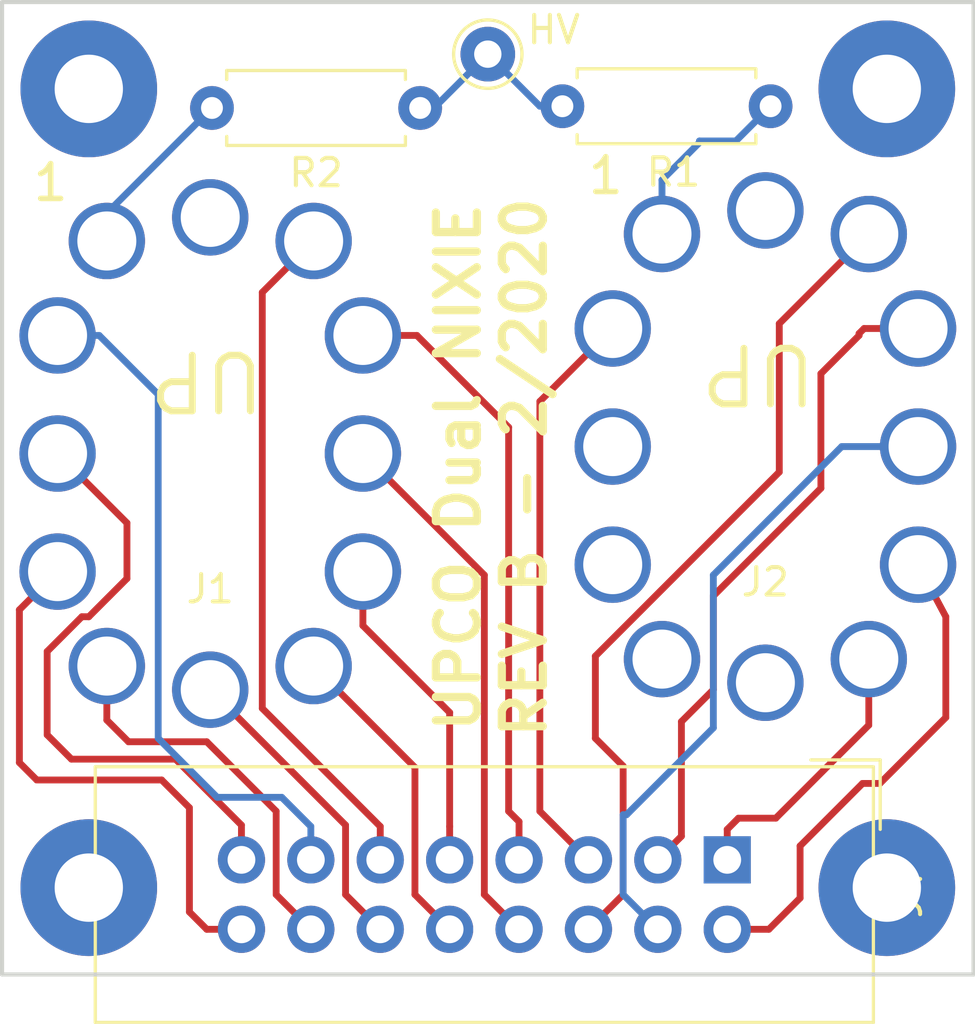
<source format=kicad_pcb>
(kicad_pcb (version 20171130) (host pcbnew 5.0.2-bee76a0~70~ubuntu16.04.1)

  (general
    (thickness 1.6)
    (drawings 7)
    (tracks 104)
    (zones 0)
    (modules 10)
    (nets 26)
  )

  (page A4)
  (layers
    (0 F.Cu signal)
    (31 B.Cu signal)
    (32 B.Adhes user)
    (33 F.Adhes user)
    (34 B.Paste user)
    (35 F.Paste user)
    (36 B.SilkS user)
    (37 F.SilkS user)
    (38 B.Mask user)
    (39 F.Mask user)
    (40 Dwgs.User user)
    (41 Cmts.User user)
    (42 Eco1.User user)
    (43 Eco2.User user)
    (44 Edge.Cuts user)
    (45 Margin user)
    (46 B.CrtYd user hide)
    (47 F.CrtYd user hide)
    (48 B.Fab user hide)
    (49 F.Fab user hide)
  )

  (setup
    (last_trace_width 0.25)
    (trace_clearance 0.2)
    (zone_clearance 0.508)
    (zone_45_only no)
    (trace_min 0.2)
    (segment_width 0.2)
    (edge_width 0.15)
    (via_size 0.8)
    (via_drill 0.4)
    (via_min_size 0.4)
    (via_min_drill 0.3)
    (uvia_size 0.3)
    (uvia_drill 0.1)
    (uvias_allowed no)
    (uvia_min_size 0.2)
    (uvia_min_drill 0.1)
    (pcb_text_width 0.3)
    (pcb_text_size 1.5 1.5)
    (mod_edge_width 0.15)
    (mod_text_size 1 1)
    (mod_text_width 0.15)
    (pad_size 1.524 1.524)
    (pad_drill 0.762)
    (pad_to_mask_clearance 0.051)
    (solder_mask_min_width 0.25)
    (aux_axis_origin 0 0)
    (visible_elements FFFFFF7F)
    (pcbplotparams
      (layerselection 0x010a0_ffffffff)
      (usegerberextensions false)
      (usegerberattributes false)
      (usegerberadvancedattributes false)
      (creategerberjobfile false)
      (excludeedgelayer true)
      (linewidth 0.100000)
      (plotframeref false)
      (viasonmask false)
      (mode 1)
      (useauxorigin false)
      (hpglpennumber 1)
      (hpglpenspeed 20)
      (hpglpendiameter 15.000000)
      (psnegative false)
      (psa4output false)
      (plotreference true)
      (plotvalue true)
      (plotinvisibletext false)
      (padsonsilk false)
      (subtractmaskfromsilk false)
      (outputformat 1)
      (mirror false)
      (drillshape 0)
      (scaleselection 1)
      (outputdirectory "gerber/"))
  )

  (net 0 "")
  (net 1 "Net-(J1-Pad1)")
  (net 2 "Net-(J1-Pad2)")
  (net 3 "Net-(J1-Pad3)")
  (net 4 "Net-(J1-Pad4)")
  (net 5 "Net-(J1-Pad5)")
  (net 6 "Net-(J1-Pad6)")
  (net 7 "Net-(J1-Pad7)")
  (net 8 "Net-(J1-Pad8)")
  (net 9 "Net-(J1-Pad9)")
  (net 10 "Net-(J1-Pad10)")
  (net 11 "Net-(J1-Pad11)")
  (net 12 "Net-(J1-Pad12)")
  (net 13 "Net-(J2-Pad12)")
  (net 14 "Net-(J2-Pad11)")
  (net 15 "Net-(J2-Pad10)")
  (net 16 "Net-(J2-Pad9)")
  (net 17 "Net-(J2-Pad8)")
  (net 18 "Net-(J2-Pad7)")
  (net 19 "Net-(J2-Pad6)")
  (net 20 "Net-(J2-Pad5)")
  (net 21 "Net-(J2-Pad4)")
  (net 22 "Net-(J2-Pad3)")
  (net 23 "Net-(J2-Pad2)")
  (net 24 "Net-(J2-Pad1)")
  (net 25 "Net-(J3-Pad1)")

  (net_class Default "This is the default net class."
    (clearance 0.2)
    (trace_width 0.25)
    (via_dia 0.8)
    (via_drill 0.4)
    (uvia_dia 0.3)
    (uvia_drill 0.1)
    (add_net "Net-(J1-Pad1)")
    (add_net "Net-(J1-Pad10)")
    (add_net "Net-(J1-Pad11)")
    (add_net "Net-(J1-Pad12)")
    (add_net "Net-(J1-Pad2)")
    (add_net "Net-(J1-Pad3)")
    (add_net "Net-(J1-Pad4)")
    (add_net "Net-(J1-Pad5)")
    (add_net "Net-(J1-Pad6)")
    (add_net "Net-(J1-Pad7)")
    (add_net "Net-(J1-Pad8)")
    (add_net "Net-(J1-Pad9)")
    (add_net "Net-(J2-Pad1)")
    (add_net "Net-(J2-Pad10)")
    (add_net "Net-(J2-Pad11)")
    (add_net "Net-(J2-Pad12)")
    (add_net "Net-(J2-Pad2)")
    (add_net "Net-(J2-Pad3)")
    (add_net "Net-(J2-Pad4)")
    (add_net "Net-(J2-Pad5)")
    (add_net "Net-(J2-Pad6)")
    (add_net "Net-(J2-Pad7)")
    (add_net "Net-(J2-Pad8)")
    (add_net "Net-(J2-Pad9)")
    (add_net "Net-(J3-Pad1)")
  )

  (module nixie-8422:Nixie-8422-14pin (layer F.Cu) (tedit 5DC05774) (tstamp 5DCCD4A9)
    (at 35.56 107.95)
    (path /5DC185BB)
    (fp_text reference J1 (at 0 4.953) (layer F.SilkS)
      (effects (font (size 1 1) (thickness 0.15)))
    )
    (fp_text value Nixie (at 0 -0.5) (layer F.Fab)
      (effects (font (size 1 1) (thickness 0.15)))
    )
    (fp_text user 1 (at -5.842 -9.906) (layer F.SilkS)
      (effects (font (size 1.27 1.27) (thickness 0.2032)))
    )
    (pad 12 thru_hole circle (at 0 -8.636) (size 2.794 2.794) (drill 2.159) (layers *.Cu *.Mask)
      (net 12 "Net-(J1-Pad12)"))
    (pad 11 thru_hole circle (at 3.7846 -7.7724) (size 2.794 2.794) (drill 2.159) (layers *.Cu *.Mask)
      (net 11 "Net-(J1-Pad11)"))
    (pad 10 thru_hole circle (at 5.588 -4.318) (size 2.794 2.794) (drill 2.159) (layers *.Cu *.Mask)
      (net 10 "Net-(J1-Pad10)"))
    (pad 9 thru_hole circle (at 5.588 0) (size 2.794 2.794) (drill 2.159) (layers *.Cu *.Mask)
      (net 9 "Net-(J1-Pad9)"))
    (pad 8 thru_hole circle (at 5.588 4.318) (size 2.794 2.794) (drill 2.159) (layers *.Cu *.Mask)
      (net 8 "Net-(J1-Pad8)"))
    (pad 7 thru_hole circle (at 3.7846 7.7724) (size 2.794 2.794) (drill 2.159) (layers *.Cu *.Mask)
      (net 7 "Net-(J1-Pad7)"))
    (pad 6 thru_hole circle (at 0 8.636) (size 2.794 2.794) (drill 2.159) (layers *.Cu *.Mask)
      (net 6 "Net-(J1-Pad6)"))
    (pad 5 thru_hole circle (at -3.7846 7.7724) (size 2.794 2.794) (drill 2.159) (layers *.Cu *.Mask)
      (net 5 "Net-(J1-Pad5)"))
    (pad 4 thru_hole circle (at -5.588 4.318) (size 2.794 2.794) (drill 2.159) (layers *.Cu *.Mask)
      (net 4 "Net-(J1-Pad4)"))
    (pad 3 thru_hole circle (at -5.588 0) (size 2.794 2.794) (drill 2.159) (layers *.Cu *.Mask)
      (net 3 "Net-(J1-Pad3)"))
    (pad 2 thru_hole circle (at -5.588 -4.318) (size 2.794 2.794) (drill 2.159) (layers *.Cu *.Mask)
      (net 2 "Net-(J1-Pad2)"))
    (pad 1 thru_hole circle (at -3.7846 -7.7724) (size 2.794 2.794) (drill 2.159) (layers *.Cu *.Mask)
      (net 1 "Net-(J1-Pad1)"))
  )

  (module nixie-8422:Nixie-8422-14pin (layer F.Cu) (tedit 5DC05774) (tstamp 5DCCD398)
    (at 55.88 107.696)
    (path /5DC1775D)
    (fp_text reference J2 (at 0 4.953) (layer F.SilkS)
      (effects (font (size 1 1) (thickness 0.15)))
    )
    (fp_text value Nixie (at 0 -0.5) (layer F.Fab)
      (effects (font (size 1 1) (thickness 0.15)))
    )
    (fp_text user 1 (at -5.842 -9.906) (layer F.SilkS)
      (effects (font (size 1.27 1.27) (thickness 0.2032)))
    )
    (pad 12 thru_hole circle (at 0 -8.636) (size 2.794 2.794) (drill 2.159) (layers *.Cu *.Mask)
      (net 13 "Net-(J2-Pad12)"))
    (pad 11 thru_hole circle (at 3.7846 -7.7724) (size 2.794 2.794) (drill 2.159) (layers *.Cu *.Mask)
      (net 14 "Net-(J2-Pad11)"))
    (pad 10 thru_hole circle (at 5.588 -4.318) (size 2.794 2.794) (drill 2.159) (layers *.Cu *.Mask)
      (net 15 "Net-(J2-Pad10)"))
    (pad 9 thru_hole circle (at 5.588 0) (size 2.794 2.794) (drill 2.159) (layers *.Cu *.Mask)
      (net 16 "Net-(J2-Pad9)"))
    (pad 8 thru_hole circle (at 5.588 4.318) (size 2.794 2.794) (drill 2.159) (layers *.Cu *.Mask)
      (net 17 "Net-(J2-Pad8)"))
    (pad 7 thru_hole circle (at 3.7846 7.7724) (size 2.794 2.794) (drill 2.159) (layers *.Cu *.Mask)
      (net 18 "Net-(J2-Pad7)"))
    (pad 6 thru_hole circle (at 0 8.636) (size 2.794 2.794) (drill 2.159) (layers *.Cu *.Mask)
      (net 19 "Net-(J2-Pad6)"))
    (pad 5 thru_hole circle (at -3.7846 7.7724) (size 2.794 2.794) (drill 2.159) (layers *.Cu *.Mask)
      (net 20 "Net-(J2-Pad5)"))
    (pad 4 thru_hole circle (at -5.588 4.318) (size 2.794 2.794) (drill 2.159) (layers *.Cu *.Mask)
      (net 21 "Net-(J2-Pad4)"))
    (pad 3 thru_hole circle (at -5.588 0) (size 2.794 2.794) (drill 2.159) (layers *.Cu *.Mask)
      (net 22 "Net-(J2-Pad3)"))
    (pad 2 thru_hole circle (at -5.588 -4.318) (size 2.794 2.794) (drill 2.159) (layers *.Cu *.Mask)
      (net 23 "Net-(J2-Pad2)"))
    (pad 1 thru_hole circle (at -3.7846 -7.7724) (size 2.794 2.794) (drill 2.159) (layers *.Cu *.Mask)
      (net 24 "Net-(J2-Pad1)"))
  )

  (module Resistor_THT:R_Axial_DIN0207_L6.3mm_D2.5mm_P7.62mm_Horizontal (layer F.Cu) (tedit 5AE5139B) (tstamp 5E4CAF9E)
    (at 48.4505 95.25)
    (descr "Resistor, Axial_DIN0207 series, Axial, Horizontal, pin pitch=7.62mm, 0.25W = 1/4W, length*diameter=6.3*2.5mm^2, http://cdn-reichelt.de/documents/datenblatt/B400/1_4W%23YAG.pdf")
    (tags "Resistor Axial_DIN0207 series Axial Horizontal pin pitch 7.62mm 0.25W = 1/4W length 6.3mm diameter 2.5mm")
    (path /5DC041F5)
    (fp_text reference R1 (at 4.064 2.413) (layer F.SilkS)
      (effects (font (size 1 1) (thickness 0.15)))
    )
    (fp_text value R_US (at 3.81 2.37) (layer F.Fab)
      (effects (font (size 1 1) (thickness 0.15)))
    )
    (fp_text user %R (at 3.81 0) (layer F.Fab)
      (effects (font (size 1 1) (thickness 0.15)))
    )
    (fp_line (start 8.67 -1.5) (end -1.05 -1.5) (layer F.CrtYd) (width 0.05))
    (fp_line (start 8.67 1.5) (end 8.67 -1.5) (layer F.CrtYd) (width 0.05))
    (fp_line (start -1.05 1.5) (end 8.67 1.5) (layer F.CrtYd) (width 0.05))
    (fp_line (start -1.05 -1.5) (end -1.05 1.5) (layer F.CrtYd) (width 0.05))
    (fp_line (start 7.08 1.37) (end 7.08 1.04) (layer F.SilkS) (width 0.12))
    (fp_line (start 0.54 1.37) (end 7.08 1.37) (layer F.SilkS) (width 0.12))
    (fp_line (start 0.54 1.04) (end 0.54 1.37) (layer F.SilkS) (width 0.12))
    (fp_line (start 7.08 -1.37) (end 7.08 -1.04) (layer F.SilkS) (width 0.12))
    (fp_line (start 0.54 -1.37) (end 7.08 -1.37) (layer F.SilkS) (width 0.12))
    (fp_line (start 0.54 -1.04) (end 0.54 -1.37) (layer F.SilkS) (width 0.12))
    (fp_line (start 7.62 0) (end 6.96 0) (layer F.Fab) (width 0.1))
    (fp_line (start 0 0) (end 0.66 0) (layer F.Fab) (width 0.1))
    (fp_line (start 6.96 -1.25) (end 0.66 -1.25) (layer F.Fab) (width 0.1))
    (fp_line (start 6.96 1.25) (end 6.96 -1.25) (layer F.Fab) (width 0.1))
    (fp_line (start 0.66 1.25) (end 6.96 1.25) (layer F.Fab) (width 0.1))
    (fp_line (start 0.66 -1.25) (end 0.66 1.25) (layer F.Fab) (width 0.1))
    (pad 2 thru_hole oval (at 7.62 0) (size 1.6 1.6) (drill 0.8) (layers *.Cu *.Mask)
      (net 24 "Net-(J2-Pad1)"))
    (pad 1 thru_hole circle (at 0 0) (size 1.6 1.6) (drill 0.8) (layers *.Cu *.Mask)
      (net 25 "Net-(J3-Pad1)"))
    (model ${KISYS3DMOD}/Resistor_THT.3dshapes/R_Axial_DIN0207_L6.3mm_D2.5mm_P7.62mm_Horizontal.wrl
      (at (xyz 0 0 0))
      (scale (xyz 1 1 1))
      (rotate (xyz 0 0 0))
    )
  )

  (module Resistor_THT:R_Axial_DIN0207_L6.3mm_D2.5mm_P7.62mm_Horizontal (layer F.Cu) (tedit 5AE5139B) (tstamp 5E4CAEED)
    (at 43.2435 95.3135 180)
    (descr "Resistor, Axial_DIN0207 series, Axial, Horizontal, pin pitch=7.62mm, 0.25W = 1/4W, length*diameter=6.3*2.5mm^2, http://cdn-reichelt.de/documents/datenblatt/B400/1_4W%23YAG.pdf")
    (tags "Resistor Axial_DIN0207 series Axial Horizontal pin pitch 7.62mm 0.25W = 1/4W length 6.3mm diameter 2.5mm")
    (path /5DC04439)
    (fp_text reference R2 (at 3.81 -2.37 180) (layer F.SilkS)
      (effects (font (size 1 1) (thickness 0.15)))
    )
    (fp_text value R_US (at 3.81 2.37 180) (layer F.Fab)
      (effects (font (size 1 1) (thickness 0.15)))
    )
    (fp_text user %R (at 3.81 0 180) (layer F.Fab)
      (effects (font (size 1 1) (thickness 0.15)))
    )
    (fp_line (start 8.67 -1.5) (end -1.05 -1.5) (layer F.CrtYd) (width 0.05))
    (fp_line (start 8.67 1.5) (end 8.67 -1.5) (layer F.CrtYd) (width 0.05))
    (fp_line (start -1.05 1.5) (end 8.67 1.5) (layer F.CrtYd) (width 0.05))
    (fp_line (start -1.05 -1.5) (end -1.05 1.5) (layer F.CrtYd) (width 0.05))
    (fp_line (start 7.08 1.37) (end 7.08 1.04) (layer F.SilkS) (width 0.12))
    (fp_line (start 0.54 1.37) (end 7.08 1.37) (layer F.SilkS) (width 0.12))
    (fp_line (start 0.54 1.04) (end 0.54 1.37) (layer F.SilkS) (width 0.12))
    (fp_line (start 7.08 -1.37) (end 7.08 -1.04) (layer F.SilkS) (width 0.12))
    (fp_line (start 0.54 -1.37) (end 7.08 -1.37) (layer F.SilkS) (width 0.12))
    (fp_line (start 0.54 -1.04) (end 0.54 -1.37) (layer F.SilkS) (width 0.12))
    (fp_line (start 7.62 0) (end 6.96 0) (layer F.Fab) (width 0.1))
    (fp_line (start 0 0) (end 0.66 0) (layer F.Fab) (width 0.1))
    (fp_line (start 6.96 -1.25) (end 0.66 -1.25) (layer F.Fab) (width 0.1))
    (fp_line (start 6.96 1.25) (end 6.96 -1.25) (layer F.Fab) (width 0.1))
    (fp_line (start 0.66 1.25) (end 6.96 1.25) (layer F.Fab) (width 0.1))
    (fp_line (start 0.66 -1.25) (end 0.66 1.25) (layer F.Fab) (width 0.1))
    (pad 2 thru_hole oval (at 7.62 0 180) (size 1.6 1.6) (drill 0.8) (layers *.Cu *.Mask)
      (net 1 "Net-(J1-Pad1)"))
    (pad 1 thru_hole circle (at 0 0 180) (size 1.6 1.6) (drill 0.8) (layers *.Cu *.Mask)
      (net 25 "Net-(J3-Pad1)"))
    (model ${KISYS3DMOD}/Resistor_THT.3dshapes/R_Axial_DIN0207_L6.3mm_D2.5mm_P7.62mm_Horizontal.wrl
      (at (xyz 0 0 0))
      (scale (xyz 1 1 1))
      (rotate (xyz 0 0 0))
    )
  )

  (module Connector_Pin:Pin_D1.0mm_L10.0mm (layer F.Cu) (tedit 5DC0570B) (tstamp 5DCCDB0A)
    (at 45.72 93.345)
    (descr "solder Pin_ diameter 1.0mm, hole diameter 1.0mm (press fit), length 10.0mm")
    (tags "solder Pin_ press fit")
    (path /5DC042BE)
    (fp_text reference J3 (at 0 2.25) (layer F.SilkS) hide
      (effects (font (size 1 1) (thickness 0.15)))
    )
    (fp_text value HV (at 2.413 -0.889 180) (layer F.SilkS)
      (effects (font (size 1 1) (thickness 0.15)))
    )
    (fp_circle (center 0 0) (end 1.25 0.05) (layer F.SilkS) (width 0.12))
    (fp_circle (center 0 0) (end 1 0) (layer F.Fab) (width 0.12))
    (fp_circle (center 0 0) (end 0.5 0) (layer F.Fab) (width 0.12))
    (fp_circle (center 0 0) (end 1.5 0) (layer F.CrtYd) (width 0.05))
    (fp_text user %R (at 0 2.25) (layer F.Fab)
      (effects (font (size 1 1) (thickness 0.15)))
    )
    (pad 1 thru_hole circle (at 0 0) (size 2 2) (drill 1) (layers *.Cu *.Mask)
      (net 25 "Net-(J3-Pad1)"))
    (model ${KISYS3DMOD}/Connector_Pin.3dshapes/Pin_D1.0mm_L10.0mm.wrl
      (at (xyz 0 0 0))
      (scale (xyz 1 1 1))
      (rotate (xyz 0 0 0))
    )
  )

  (module Connector_IDC:IDC-Header_2x08_P2.54mm_Vertical (layer F.Cu) (tedit 59DE0341) (tstamp 5E4CAE0E)
    (at 54.483 122.809 270)
    (descr "Through hole straight IDC box header, 2x08, 2.54mm pitch, double rows")
    (tags "Through hole IDC box header THT 2x08 2.54mm double row")
    (path /5E40A24B)
    (fp_text reference J4 (at 1.27 -6.604 270) (layer F.SilkS)
      (effects (font (size 1 1) (thickness 0.15)))
    )
    (fp_text value Conn_02x08_Odd_Even (at 1.27 24.384 270) (layer F.Fab)
      (effects (font (size 1 1) (thickness 0.15)))
    )
    (fp_line (start -3.655 -5.6) (end -1.115 -5.6) (layer F.SilkS) (width 0.12))
    (fp_line (start -3.655 -5.6) (end -3.655 -3.06) (layer F.SilkS) (width 0.12))
    (fp_line (start -3.405 -5.35) (end 5.945 -5.35) (layer F.SilkS) (width 0.12))
    (fp_line (start -3.405 23.13) (end -3.405 -5.35) (layer F.SilkS) (width 0.12))
    (fp_line (start 5.945 23.13) (end -3.405 23.13) (layer F.SilkS) (width 0.12))
    (fp_line (start 5.945 -5.35) (end 5.945 23.13) (layer F.SilkS) (width 0.12))
    (fp_line (start -3.41 -5.35) (end 5.95 -5.35) (layer F.CrtYd) (width 0.05))
    (fp_line (start -3.41 23.13) (end -3.41 -5.35) (layer F.CrtYd) (width 0.05))
    (fp_line (start 5.95 23.13) (end -3.41 23.13) (layer F.CrtYd) (width 0.05))
    (fp_line (start 5.95 -5.35) (end 5.95 23.13) (layer F.CrtYd) (width 0.05))
    (fp_line (start -3.155 22.88) (end -2.605 22.32) (layer F.Fab) (width 0.1))
    (fp_line (start -3.155 -5.1) (end -2.605 -4.56) (layer F.Fab) (width 0.1))
    (fp_line (start 5.695 22.88) (end 5.145 22.32) (layer F.Fab) (width 0.1))
    (fp_line (start 5.695 -5.1) (end 5.145 -4.56) (layer F.Fab) (width 0.1))
    (fp_line (start 5.145 22.32) (end -2.605 22.32) (layer F.Fab) (width 0.1))
    (fp_line (start 5.695 22.88) (end -3.155 22.88) (layer F.Fab) (width 0.1))
    (fp_line (start 5.145 -4.56) (end -2.605 -4.56) (layer F.Fab) (width 0.1))
    (fp_line (start 5.695 -5.1) (end -3.155 -5.1) (layer F.Fab) (width 0.1))
    (fp_line (start -2.605 11.14) (end -3.155 11.14) (layer F.Fab) (width 0.1))
    (fp_line (start -2.605 6.64) (end -3.155 6.64) (layer F.Fab) (width 0.1))
    (fp_line (start -2.605 11.14) (end -2.605 22.32) (layer F.Fab) (width 0.1))
    (fp_line (start -2.605 -4.56) (end -2.605 6.64) (layer F.Fab) (width 0.1))
    (fp_line (start -3.155 -5.1) (end -3.155 22.88) (layer F.Fab) (width 0.1))
    (fp_line (start 5.145 -4.56) (end 5.145 22.32) (layer F.Fab) (width 0.1))
    (fp_line (start 5.695 -5.1) (end 5.695 22.88) (layer F.Fab) (width 0.1))
    (fp_text user %R (at 1.27 8.89 270) (layer F.Fab)
      (effects (font (size 1 1) (thickness 0.15)))
    )
    (pad 16 thru_hole oval (at 2.54 17.78 270) (size 1.7272 1.7272) (drill 1.016) (layers *.Cu *.Mask)
      (net 4 "Net-(J1-Pad4)"))
    (pad 15 thru_hole oval (at 0 17.78 270) (size 1.7272 1.7272) (drill 1.016) (layers *.Cu *.Mask)
      (net 3 "Net-(J1-Pad3)"))
    (pad 14 thru_hole oval (at 2.54 15.24 270) (size 1.7272 1.7272) (drill 1.016) (layers *.Cu *.Mask)
      (net 5 "Net-(J1-Pad5)"))
    (pad 13 thru_hole oval (at 0 15.24 270) (size 1.7272 1.7272) (drill 1.016) (layers *.Cu *.Mask)
      (net 2 "Net-(J1-Pad2)"))
    (pad 12 thru_hole oval (at 2.54 12.7 270) (size 1.7272 1.7272) (drill 1.016) (layers *.Cu *.Mask)
      (net 6 "Net-(J1-Pad6)"))
    (pad 11 thru_hole oval (at 0 12.7 270) (size 1.7272 1.7272) (drill 1.016) (layers *.Cu *.Mask)
      (net 11 "Net-(J1-Pad11)"))
    (pad 10 thru_hole oval (at 2.54 10.16 270) (size 1.7272 1.7272) (drill 1.016) (layers *.Cu *.Mask)
      (net 7 "Net-(J1-Pad7)"))
    (pad 9 thru_hole oval (at 0 10.16 270) (size 1.7272 1.7272) (drill 1.016) (layers *.Cu *.Mask)
      (net 8 "Net-(J1-Pad8)"))
    (pad 8 thru_hole oval (at 2.54 7.62 270) (size 1.7272 1.7272) (drill 1.016) (layers *.Cu *.Mask)
      (net 9 "Net-(J1-Pad9)"))
    (pad 7 thru_hole oval (at 0 7.62 270) (size 1.7272 1.7272) (drill 1.016) (layers *.Cu *.Mask)
      (net 10 "Net-(J1-Pad10)"))
    (pad 6 thru_hole oval (at 2.54 5.08 270) (size 1.7272 1.7272) (drill 1.016) (layers *.Cu *.Mask)
      (net 14 "Net-(J2-Pad11)"))
    (pad 5 thru_hole oval (at 0 5.08 270) (size 1.7272 1.7272) (drill 1.016) (layers *.Cu *.Mask)
      (net 23 "Net-(J2-Pad2)"))
    (pad 4 thru_hole oval (at 2.54 2.54 270) (size 1.7272 1.7272) (drill 1.016) (layers *.Cu *.Mask)
      (net 16 "Net-(J2-Pad9)"))
    (pad 3 thru_hole oval (at 0 2.54 270) (size 1.7272 1.7272) (drill 1.016) (layers *.Cu *.Mask)
      (net 15 "Net-(J2-Pad10)"))
    (pad 2 thru_hole oval (at 2.54 0 270) (size 1.7272 1.7272) (drill 1.016) (layers *.Cu *.Mask)
      (net 17 "Net-(J2-Pad8)"))
    (pad 1 thru_hole rect (at 0 0 270) (size 1.7272 1.7272) (drill 1.016) (layers *.Cu *.Mask)
      (net 18 "Net-(J2-Pad7)"))
    (model ${KISYS3DMOD}/Connector_IDC.3dshapes/IDC-Header_2x08_P2.54mm_Vertical.wrl
      (at (xyz 0 0 0))
      (scale (xyz 1 1 1))
      (rotate (xyz 0 0 0))
    )
  )

  (module MountingHole:MountingHole_2.5mm_Pad (layer F.Cu) (tedit 5DC056CA) (tstamp 5DCCDFCA)
    (at 60.325 94.615)
    (descr "Mounting Hole 2.5mm")
    (tags "mounting hole 2.5mm")
    (attr virtual)
    (fp_text reference x1 (at 0 -3.5) (layer F.SilkS) hide
      (effects (font (size 1 1) (thickness 0.15)))
    )
    (fp_text value MountingHole_2.5mm_Pad (at 0 3.5) (layer F.Fab)
      (effects (font (size 1 1) (thickness 0.15)))
    )
    (fp_circle (center 0 0) (end 2.75 0) (layer F.CrtYd) (width 0.05))
    (fp_circle (center 0 0) (end 2.5 0) (layer Cmts.User) (width 0.15))
    (fp_text user %R (at 0.3 0) (layer F.Fab)
      (effects (font (size 1 1) (thickness 0.15)))
    )
    (pad 1 thru_hole circle (at 0 0) (size 5 5) (drill 2.5) (layers *.Cu *.Mask))
  )

  (module MountingHole:MountingHole_2.5mm_Pad (layer F.Cu) (tedit 5DC056E5) (tstamp 5DCCDFD9)
    (at 31.115 94.615)
    (descr "Mounting Hole 2.5mm")
    (tags "mounting hole 2.5mm")
    (attr virtual)
    (fp_text reference REF** (at 0 -3.5) (layer F.SilkS) hide
      (effects (font (size 1 1) (thickness 0.15)))
    )
    (fp_text value MountingHole_2.5mm_Pad (at 0 3.5) (layer F.Fab)
      (effects (font (size 1 1) (thickness 0.15)))
    )
    (fp_circle (center 0 0) (end 2.75 0) (layer F.CrtYd) (width 0.05))
    (fp_circle (center 0 0) (end 2.5 0) (layer Cmts.User) (width 0.15))
    (fp_text user %R (at 0.3 0) (layer F.Fab)
      (effects (font (size 1 1) (thickness 0.15)))
    )
    (pad 1 thru_hole circle (at 0 0) (size 5 5) (drill 2.5) (layers *.Cu *.Mask))
  )

  (module MountingHole:MountingHole_2.5mm_Pad (layer F.Cu) (tedit 5DC056EC) (tstamp 5DCCDFE8)
    (at 60.325 123.825)
    (descr "Mounting Hole 2.5mm")
    (tags "mounting hole 2.5mm")
    (attr virtual)
    (fp_text reference REF** (at 0 -3.5) (layer F.SilkS) hide
      (effects (font (size 1 1) (thickness 0.15)))
    )
    (fp_text value MountingHole_2.5mm_Pad (at 0 3.5) (layer F.Fab)
      (effects (font (size 1 1) (thickness 0.15)))
    )
    (fp_circle (center 0 0) (end 2.75 0) (layer F.CrtYd) (width 0.05))
    (fp_circle (center 0 0) (end 2.5 0) (layer Cmts.User) (width 0.15))
    (fp_text user %R (at 0.3 0) (layer F.Fab)
      (effects (font (size 1 1) (thickness 0.15)))
    )
    (pad 1 thru_hole circle (at 0 0) (size 5 5) (drill 2.5) (layers *.Cu *.Mask))
  )

  (module MountingHole:MountingHole_2.5mm_Pad (layer F.Cu) (tedit 5DC056E9) (tstamp 5DCCDFF7)
    (at 31.115 123.825)
    (descr "Mounting Hole 2.5mm")
    (tags "mounting hole 2.5mm")
    (attr virtual)
    (fp_text reference REF** (at 0 -3.5) (layer F.SilkS) hide
      (effects (font (size 1 1) (thickness 0.15)))
    )
    (fp_text value MountingHole_2.5mm_Pad (at 0 3.5) (layer F.Fab)
      (effects (font (size 1 1) (thickness 0.15)))
    )
    (fp_circle (center 0 0) (end 2.75 0) (layer F.CrtYd) (width 0.05))
    (fp_circle (center 0 0) (end 2.5 0) (layer Cmts.User) (width 0.15))
    (fp_text user %R (at 0.3 0) (layer F.Fab)
      (effects (font (size 1 1) (thickness 0.15)))
    )
    (pad 1 thru_hole circle (at 0 0) (size 5 5) (drill 2.5) (layers *.Cu *.Mask))
  )

  (gr_text UP (at 55.626 105.029 180) (layer F.SilkS) (tstamp 5E4CB089)
    (effects (font (size 2.032 2.032) (thickness 0.254)))
  )
  (gr_text UP (at 35.433 105.283 180) (layer F.SilkS)
    (effects (font (size 2.032 2.032) (thickness 0.254)))
  )
  (gr_text "UPCO Dual NIXIE\nREV B - 2/2020" (at 45.847 108.458 90) (layer F.SilkS)
    (effects (font (size 1.5 1.5) (thickness 0.3)))
  )
  (gr_line (start 27.94 127) (end 27.94 91.44) (layer Edge.Cuts) (width 0.15))
  (gr_line (start 63.5 127) (end 27.94 127) (layer Edge.Cuts) (width 0.15))
  (gr_line (start 63.5 91.44) (end 63.5 127) (layer Edge.Cuts) (width 0.15))
  (gr_line (start 27.94 91.44) (end 63.5 91.44) (layer Edge.Cuts) (width 0.15))

  (segment (start 31.7754 99.1616) (end 31.7754 100.1776) (width 0.25) (layer B.Cu) (net 1))
  (segment (start 35.6235 95.3135) (end 31.7754 99.1616) (width 0.25) (layer B.Cu) (net 1))
  (segment (start 31.496 103.632) (end 29.972 103.632) (width 0.25) (layer B.Cu) (net 2))
  (segment (start 33.655 105.791) (end 31.496 103.632) (width 0.25) (layer B.Cu) (net 2))
  (segment (start 33.655 118.364) (end 33.655 105.791) (width 0.25) (layer B.Cu) (net 2))
  (segment (start 39.243 122.809) (end 39.243 121.587686) (width 0.25) (layer B.Cu) (net 2))
  (segment (start 39.243 121.587686) (end 38.178314 120.523) (width 0.25) (layer B.Cu) (net 2))
  (segment (start 38.178314 120.523) (end 35.814 120.523) (width 0.25) (layer B.Cu) (net 2))
  (segment (start 35.814 120.523) (end 33.655 118.364) (width 0.25) (layer B.Cu) (net 2))
  (segment (start 30.48 119.126) (end 34.29 119.126) (width 0.25) (layer F.Cu) (net 3))
  (segment (start 29.591 115.189) (end 29.591 118.237) (width 0.25) (layer F.Cu) (net 3))
  (segment (start 36.703 121.539) (end 36.703 122.809) (width 0.25) (layer F.Cu) (net 3))
  (segment (start 30.861 113.919) (end 29.591 115.189) (width 0.25) (layer F.Cu) (net 3))
  (segment (start 34.29 119.126) (end 36.703 121.539) (width 0.25) (layer F.Cu) (net 3))
  (segment (start 29.591 118.237) (end 30.48 119.126) (width 0.25) (layer F.Cu) (net 3))
  (segment (start 32.512 112.522) (end 31.115 113.919) (width 0.25) (layer F.Cu) (net 3))
  (segment (start 29.972 107.95) (end 32.512 110.49) (width 0.25) (layer F.Cu) (net 3))
  (segment (start 32.512 110.49) (end 32.512 112.522) (width 0.25) (layer F.Cu) (net 3))
  (segment (start 31.115 113.919) (end 30.861 113.919) (width 0.25) (layer F.Cu) (net 3))
  (segment (start 35.433 125.349) (end 36.703 125.349) (width 0.25) (layer F.Cu) (net 4))
  (segment (start 33.782 119.888) (end 34.798 120.904) (width 0.25) (layer F.Cu) (net 4))
  (segment (start 29.972 112.268) (end 28.575001 113.664999) (width 0.25) (layer F.Cu) (net 4))
  (segment (start 34.798 124.714) (end 35.433 125.349) (width 0.25) (layer F.Cu) (net 4))
  (segment (start 28.575001 119.253001) (end 29.21 119.888) (width 0.25) (layer F.Cu) (net 4))
  (segment (start 34.798 120.904) (end 34.798 124.714) (width 0.25) (layer F.Cu) (net 4))
  (segment (start 29.21 119.888) (end 33.782 119.888) (width 0.25) (layer F.Cu) (net 4))
  (segment (start 28.575001 113.664999) (end 28.575001 119.253001) (width 0.25) (layer F.Cu) (net 4))
  (segment (start 37.973 124.079) (end 39.243 125.349) (width 0.25) (layer F.Cu) (net 5))
  (segment (start 37.973 121.031) (end 37.973 124.079) (width 0.25) (layer F.Cu) (net 5))
  (segment (start 31.7754 115.7224) (end 31.7754 117.698056) (width 0.25) (layer F.Cu) (net 5))
  (segment (start 31.7754 117.698056) (end 32.568344 118.491) (width 0.25) (layer F.Cu) (net 5))
  (segment (start 32.568344 118.491) (end 35.433 118.491) (width 0.25) (layer F.Cu) (net 5))
  (segment (start 35.433 118.491) (end 37.973 121.031) (width 0.25) (layer F.Cu) (net 5))
  (segment (start 40.513 124.079) (end 41.783 125.349) (width 0.25) (layer F.Cu) (net 6))
  (segment (start 40.513 121.539) (end 40.513 124.079) (width 0.25) (layer F.Cu) (net 6))
  (segment (start 35.56 116.586) (end 40.513 121.539) (width 0.25) (layer F.Cu) (net 6))
  (segment (start 43.053 119.4308) (end 39.3446 115.7224) (width 0.25) (layer F.Cu) (net 7))
  (segment (start 43.053 124.079) (end 43.053 119.4308) (width 0.25) (layer F.Cu) (net 7))
  (segment (start 44.323 125.349) (end 43.053 124.079) (width 0.25) (layer F.Cu) (net 7))
  (segment (start 44.323 121.587686) (end 44.323 122.809) (width 0.25) (layer F.Cu) (net 8))
  (segment (start 44.323 117.418656) (end 44.323 121.587686) (width 0.25) (layer F.Cu) (net 8))
  (segment (start 41.148 114.243656) (end 44.323 117.418656) (width 0.25) (layer F.Cu) (net 8))
  (segment (start 41.148 112.268) (end 41.148 114.243656) (width 0.25) (layer F.Cu) (net 8))
  (segment (start 45.593 112.395) (end 41.148 107.95) (width 0.25) (layer F.Cu) (net 9))
  (segment (start 45.593 124.079) (end 45.593 112.395) (width 0.25) (layer F.Cu) (net 9))
  (segment (start 46.863 125.349) (end 45.593 124.079) (width 0.25) (layer F.Cu) (net 9))
  (segment (start 43.123656 103.632) (end 46.482 106.990344) (width 0.25) (layer F.Cu) (net 10))
  (segment (start 41.148 103.632) (end 43.123656 103.632) (width 0.25) (layer F.Cu) (net 10))
  (segment (start 46.482 106.990344) (end 46.482 121.031) (width 0.25) (layer F.Cu) (net 10))
  (segment (start 46.863 121.412) (end 46.863 122.809) (width 0.25) (layer F.Cu) (net 10))
  (segment (start 46.482 121.031) (end 46.863 121.412) (width 0.25) (layer F.Cu) (net 10))
  (segment (start 41.783 121.587686) (end 37.465 117.269686) (width 0.25) (layer F.Cu) (net 11))
  (segment (start 41.783 122.809) (end 41.783 121.587686) (width 0.25) (layer F.Cu) (net 11))
  (segment (start 37.465 102.0572) (end 39.3446 100.1776) (width 0.25) (layer F.Cu) (net 11))
  (segment (start 37.465 117.269686) (end 37.465 102.0572) (width 0.25) (layer F.Cu) (net 11))
  (segment (start 56.388 103.2002) (end 59.6646 99.9236) (width 0.25) (layer F.Cu) (net 14))
  (segment (start 49.657 115.358238) (end 56.388 108.627238) (width 0.25) (layer F.Cu) (net 14))
  (segment (start 49.403 125.349) (end 50.673 124.079) (width 0.25) (layer F.Cu) (net 14))
  (segment (start 56.388 108.627238) (end 56.388 103.2002) (width 0.25) (layer F.Cu) (net 14))
  (segment (start 50.673 124.079) (end 50.673 119.38) (width 0.25) (layer F.Cu) (net 14))
  (segment (start 50.673 119.38) (end 49.657 118.364) (width 0.25) (layer F.Cu) (net 14))
  (segment (start 49.657 118.364) (end 49.657 115.358238) (width 0.25) (layer F.Cu) (net 14))
  (segment (start 52.806599 121.945401) (end 52.806599 117.754401) (width 0.25) (layer F.Cu) (net 15))
  (segment (start 51.943 122.809) (end 52.806599 121.945401) (width 0.25) (layer F.Cu) (net 15))
  (segment (start 52.806599 117.754401) (end 53.975 116.586) (width 0.25) (layer F.Cu) (net 15))
  (segment (start 53.975 116.586) (end 53.975 113.157) (width 0.25) (layer F.Cu) (net 15))
  (segment (start 53.975 113.157) (end 57.912 109.22) (width 0.25) (layer F.Cu) (net 15))
  (segment (start 57.912 109.22) (end 57.912 105.029) (width 0.25) (layer F.Cu) (net 15))
  (segment (start 57.912 105.029) (end 59.309 103.632) (width 0.25) (layer F.Cu) (net 15))
  (segment (start 59.492344 103.378) (end 61.468 103.378) (width 0.25) (layer F.Cu) (net 15))
  (segment (start 59.309 103.561344) (end 59.492344 103.378) (width 0.25) (layer F.Cu) (net 15))
  (segment (start 59.309 103.632) (end 59.309 103.561344) (width 0.25) (layer F.Cu) (net 15))
  (segment (start 58.674 107.696) (end 61.468 107.696) (width 0.25) (layer B.Cu) (net 16))
  (segment (start 53.975 112.395) (end 58.674 107.696) (width 0.25) (layer B.Cu) (net 16))
  (segment (start 53.975 117.983) (end 53.975 112.395) (width 0.25) (layer B.Cu) (net 16))
  (segment (start 51.943 125.349) (end 50.673 124.079) (width 0.25) (layer B.Cu) (net 16))
  (segment (start 50.673 121.158) (end 50.8 121.158) (width 0.25) (layer B.Cu) (net 16))
  (segment (start 50.673 124.079) (end 50.673 121.158) (width 0.25) (layer B.Cu) (net 16))
  (segment (start 50.8 121.158) (end 53.975 117.983) (width 0.25) (layer B.Cu) (net 16))
  (segment (start 62.484 113.919) (end 61.468 112.014) (width 0.25) (layer F.Cu) (net 17))
  (segment (start 62.484 117.602) (end 62.484 113.919) (width 0.25) (layer F.Cu) (net 17))
  (segment (start 60.071 120.015) (end 62.484 117.602) (width 0.25) (layer F.Cu) (net 17))
  (segment (start 59.436 120.015) (end 60.071 120.015) (width 0.25) (layer F.Cu) (net 17))
  (segment (start 57.15 122.301) (end 59.436 120.015) (width 0.25) (layer F.Cu) (net 17))
  (segment (start 54.483 125.349) (end 56.007 125.349) (width 0.25) (layer F.Cu) (net 17))
  (segment (start 56.007 125.349) (end 57.15 124.206) (width 0.25) (layer F.Cu) (net 17))
  (segment (start 57.15 124.206) (end 57.15 122.301) (width 0.25) (layer F.Cu) (net 17))
  (segment (start 59.6646 117.8814) (end 59.6646 115.4684) (width 0.25) (layer F.Cu) (net 18))
  (segment (start 54.483 122.809) (end 54.483 121.6954) (width 0.25) (layer F.Cu) (net 18))
  (segment (start 54.483 121.6954) (end 54.8934 121.285) (width 0.25) (layer F.Cu) (net 18))
  (segment (start 56.261 121.285) (end 59.6646 117.8814) (width 0.25) (layer F.Cu) (net 18))
  (segment (start 54.8934 121.285) (end 56.261 121.285) (width 0.25) (layer F.Cu) (net 18))
  (segment (start 47.625 106.045) (end 47.625 121.031) (width 0.25) (layer F.Cu) (net 23))
  (segment (start 47.625 121.031) (end 49.403 122.809) (width 0.25) (layer F.Cu) (net 23))
  (segment (start 50.292 103.378) (end 47.625 106.045) (width 0.25) (layer F.Cu) (net 23))
  (segment (start 52.0954 97.947944) (end 53.467 96.576344) (width 0.25) (layer B.Cu) (net 24))
  (segment (start 52.0954 99.9236) (end 52.0954 97.947944) (width 0.25) (layer B.Cu) (net 24))
  (segment (start 53.467 96.576344) (end 53.467 96.52) (width 0.25) (layer B.Cu) (net 24))
  (segment (start 54.8005 96.52) (end 56.0705 95.25) (width 0.25) (layer B.Cu) (net 24))
  (segment (start 53.467 96.52) (end 54.8005 96.52) (width 0.25) (layer B.Cu) (net 24))
  (segment (start 43.7515 95.3135) (end 43.2435 95.3135) (width 0.25) (layer B.Cu) (net 25))
  (segment (start 45.72 93.345) (end 43.7515 95.3135) (width 0.25) (layer B.Cu) (net 25))
  (segment (start 47.625 95.25) (end 48.4505 95.25) (width 0.25) (layer B.Cu) (net 25))
  (segment (start 45.72 93.345) (end 47.625 95.25) (width 0.25) (layer B.Cu) (net 25))

)

</source>
